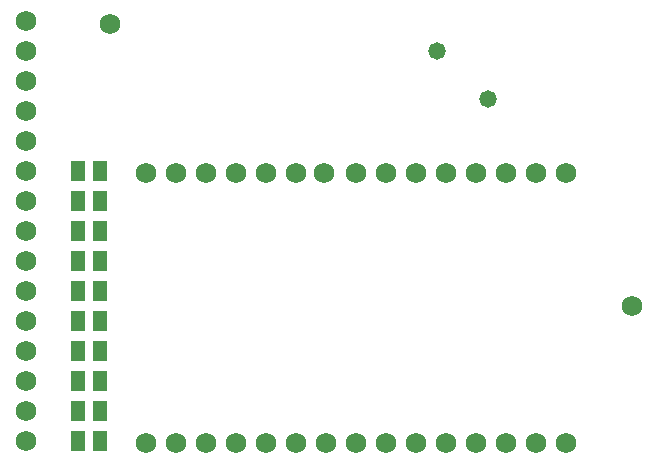
<source format=gbs>
G04*
G04 #@! TF.GenerationSoftware,Altium Limited,Altium Designer,20.0.14 (345)*
G04*
G04 Layer_Color=16711935*
%FSLAX25Y25*%
%MOIN*%
G70*
G01*
G75*
%ADD11C,0.06800*%
%ADD12C,0.05800*%
%ADD19R,0.04737X0.06509*%
D11*
X214000Y56000D02*
D03*
X40000Y150000D02*
D03*
X12000Y151000D02*
D03*
Y141000D02*
D03*
Y131000D02*
D03*
Y11000D02*
D03*
Y21000D02*
D03*
Y31000D02*
D03*
Y41000D02*
D03*
Y51000D02*
D03*
Y61000D02*
D03*
Y71000D02*
D03*
Y81000D02*
D03*
Y91000D02*
D03*
Y101000D02*
D03*
Y111000D02*
D03*
Y121000D02*
D03*
X52000Y10500D02*
D03*
X62000D02*
D03*
X72000D02*
D03*
X82000D02*
D03*
X92000D02*
D03*
X102000D02*
D03*
X112000D02*
D03*
X122000D02*
D03*
X132000D02*
D03*
X142000D02*
D03*
X152000D02*
D03*
X162000D02*
D03*
X172000D02*
D03*
X182000D02*
D03*
X192000D02*
D03*
Y100264D02*
D03*
X182000D02*
D03*
X172000D02*
D03*
X162000D02*
D03*
X152000D02*
D03*
X142000D02*
D03*
X132000D02*
D03*
X122000D02*
D03*
X111500D02*
D03*
X102000D02*
D03*
X92000D02*
D03*
X82000D02*
D03*
X72000D02*
D03*
X62000D02*
D03*
X52000D02*
D03*
D12*
X166000Y125000D02*
D03*
X149000Y141000D02*
D03*
D19*
X29260Y31000D02*
D03*
X36740D02*
D03*
X29260Y101000D02*
D03*
X36740D02*
D03*
X29260Y91000D02*
D03*
X36740D02*
D03*
X29260Y81000D02*
D03*
X36740D02*
D03*
X29260Y71000D02*
D03*
X36740D02*
D03*
X29260Y61000D02*
D03*
X36740D02*
D03*
X29260Y51000D02*
D03*
X36740D02*
D03*
X29260Y21000D02*
D03*
X36740D02*
D03*
X29260Y41000D02*
D03*
X36740D02*
D03*
X29260Y11000D02*
D03*
X36740D02*
D03*
M02*

</source>
